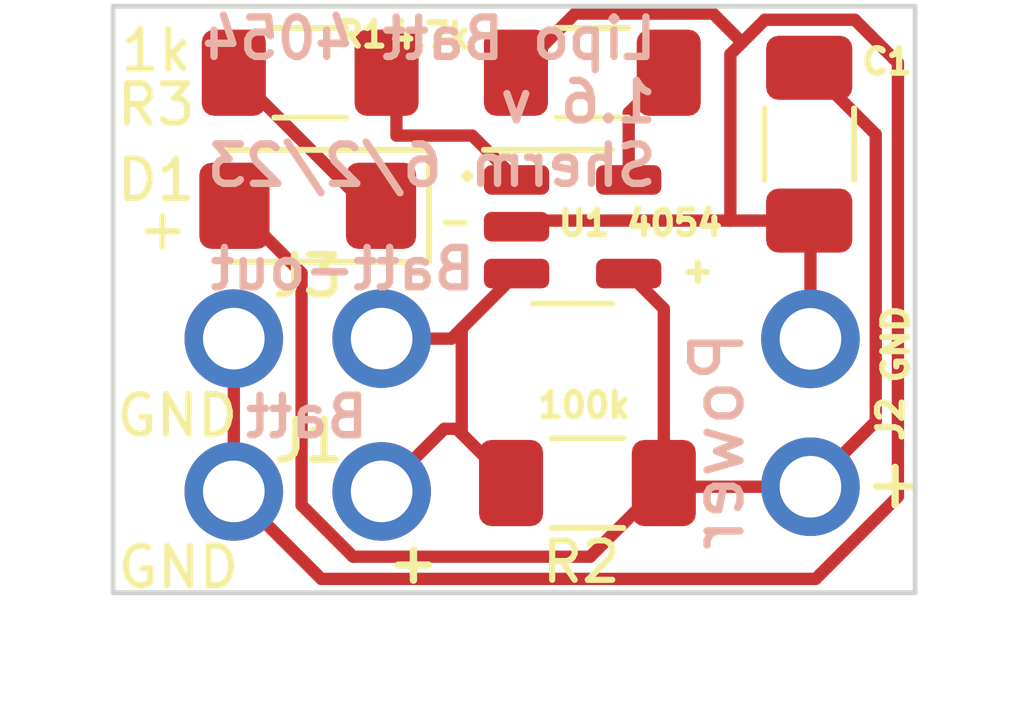
<source format=kicad_pcb>
(kicad_pcb (version 20221018) (generator pcbnew)
  (layers (0 "F.Cu" signal) (31 "B.Cu" signal) (34 "B.Paste" user) (35 "F.Paste" user) (36 "B.SilkS" user "B.Silkscreen") (37 "F.SilkS" user "F.Silkscreen") (38 "B.Mask" user) (39 "F.Mask" user) (44 "Edge.Cuts" user))
  (net 0 "")
  (net 1 "GND")
  (net 2 "Net-(D1-K)")
  (net 3 "Net-(U1-PROG)")
  (net 4 "+5V")
  (net 5 "Net-(J1-Pin_1)")
  (net 6 "Net-(U1-~{CHRG})")
  (footprint "Resistor_SMD:R_1206_3216Metric_Pad1.30x1.75mm_HandSolder" (layer "F.Cu") (at 139.35 79.9)
    (fp_text reference "R3" (at -3.125 0.65) (layer "F.SilkS") (effects (font (size 0.8 0.8) (thickness 0.125))))
    (fp_text value "1k" (at -3.125 -0.45) (layer "F.SilkS") (effects (font (size 0.8 0.8) (thickness 0.125))))
    (fp_line (start -0.727064 -0.91) (end 0.727064 -0.91) (stroke (width 0.12)) (layer "F.SilkS"))
    (fp_line (start -0.727064 0.91) (end 0.727064 0.91) (stroke (width 0.12)) (layer "F.SilkS"))
    (pad "1" smd roundrect (at -1.55 0) (size 1.3 1.75) (layers "F.Cu" "F.Paste" "F.Mask") (roundrect_rratio 0.1923076923) (net 2 "Net-(D1-K)"))
    (pad "2" smd roundrect (at 1.55 0) (size 1.3 1.75) (layers "F.Cu" "F.Paste" "F.Mask") (roundrect_rratio 0.1923076923) (net 6 "Net-(U1-~{CHRG})"))
  )
  (footprint "++Sherms-Custom-Libs:JT-flat-conn-large-holes" (layer "F.Cu") (at 139.3 82.795 180)
    (fp_text reference "J1" (at -0.025 -4.58 unlocked) (layer "F.SilkS") (effects (font (size 0.8 0.8))))
    (fp_text value "Conn_01x02_Pin")
    (pad "1" thru_hole circle (at -1.5 -2.5 180) (size 2 2) (drill 1.25) (layers "*.Cu" "*.Mask") (net 5 "Net-(J1-Pin_1)"))
    (pad "2" thru_hole circle (at 1.5 -2.5 180) (size 2 2) (drill 1.25) (layers "*.Cu" "*.Mask") (net 1 "GND"))
  )
  (footprint "Package_TO_SOT_SMD:TSOT-23-5" (layer "F.Cu") (at 144.675 83.025)
    (fp_text reference "U1 4054" (at 1.375 -0.075) (layer "F.SilkS") (effects (font (size 0.5 0.5) (thickness 0.125))))
    (fp_text value "LTC4054ES5-4.2")
    (fp_line (start 0 -1.56) (end -1.8 -1.56) (stroke (width 0.12)) (layer "F.SilkS"))
    (fp_line (start 0 -1.56) (end 0.8 -1.56) (stroke (width 0.12)) (layer "F.SilkS"))
    (fp_line (start 0 1.56) (end -0.8 1.56) (stroke (width 0.12)) (layer "F.SilkS"))
    (fp_line (start 0 1.56) (end 0.8 1.56) (stroke (width 0.12)) (layer "F.SilkS"))
    (pad "1" smd roundrect (at -1.1375 -0.95) (size 1.325 0.6) (layers "F.Cu" "F.Paste" "F.Mask") (net 6 "Net-(U1-~{CHRG})"))
    (pad "2" smd roundrect (at -1.1375 0) (size 1.325 0.6) (layers "F.Cu" "F.Paste" "F.Mask") (net 1 "GND"))
    (pad "3" smd roundrect (at -1.1375 0.95) (size 1.325 0.6) (layers "F.Cu" "F.Paste" "F.Mask") (net 5 "Net-(J1-Pin_1)"))
    (pad "4" smd roundrect (at 1.1375 0.95) (size 1.325 0.6) (layers "F.Cu" "F.Paste" "F.Mask") (net 4 "+5V"))
    (pad "5" smd roundrect (at 1.1375 -0.95) (size 1.325 0.6) (layers "F.Cu" "F.Paste" "F.Mask") (net 3 "Net-(U1-PROG)"))
  )
  (footprint "Resistor_SMD:R_1206_3216Metric_Pad1.30x1.75mm_HandSolder" (layer "F.Cu") (at 144.975 88.225 180)
    (fp_text reference "R2" (at 0.125 -1.6) (layer "F.SilkS") (effects (font (size 0.8 0.8) (thickness 0.125))))
    (fp_text value "100k" (at 0.075 1.575) (layer "F.SilkS") (effects (font (size 0.5 0.5) (thickness 0.125))))
    (fp_line (start -0.727064 -0.91) (end 0.727064 -0.91) (stroke (width 0.12)) (layer "F.SilkS"))
    (fp_line (start -0.727064 0.91) (end 0.727064 0.91) (stroke (width 0.12)) (layer "F.SilkS"))
    (pad "1" smd roundrect (at -1.55 0 180) (size 1.3 1.75) (layers "F.Cu" "F.Paste" "F.Mask") (roundrect_rratio 0.1923076923) (net 4 "+5V"))
    (pad "2" smd roundrect (at 1.55 0 180) (size 1.3 1.75) (layers "F.Cu" "F.Paste" "F.Mask") (roundrect_rratio 0.1923076923) (net 5 "Net-(J1-Pin_1)"))
  )
  (footprint "LED_SMD:LED_1206_3216Metric_Pad1.42x1.75mm_HandSolder" (layer "F.Cu") (at 139.3 82.6 180)
    (fp_text reference "D1" (at 3.075 0.525) (layer "F.SilkS") (effects (font (size 0.8 0.8) (thickness 0.125))))
    (fp_text value "LED")
    (fp_line (start -2.46 -1.135) (end -2.46 1.135) (stroke (width 0.12)) (layer "F.SilkS"))
    (fp_line (start -2.46 1.135) (end 1.6 1.135) (stroke (width 0.12)) (layer "F.SilkS"))
    (fp_line (start 1.6 -1.135) (end -2.46 -1.135) (stroke (width 0.12)) (layer "F.SilkS"))
    (pad "1" smd roundrect (at -1.4875 0 180) (size 1.425 1.75) (layers "F.Cu" "F.Paste" "F.Mask") (roundrect_rratio 0.1754392982) (net 2 "Net-(D1-K)"))
    (pad "2" smd roundrect (at 1.4875 0 180) (size 1.425 1.75) (layers "F.Cu" "F.Paste" "F.Mask") (roundrect_rratio 0.1754392982) (net 4 "+5V"))
  )
  (footprint "++Sherms-Custom-Libs:JT-flat-conn-large-holes" (layer "F.Cu") (at 139.3 85.895 180)
    (fp_text reference "J3" (at 0 1.87 unlocked) (layer "F.SilkS") (effects (font (size 0.8 0.8))))
    (fp_text value "Conn_01x02_Pin")
    (pad "1" thru_hole circle (at -1.5 -2.5 180) (size 2 2) (drill 1.25) (layers "*.Cu" "*.Mask") (net 5 "Net-(J1-Pin_1)"))
    (pad "2" thru_hole circle (at 1.5 -2.5 180) (size 2 2) (drill 1.25) (layers "*.Cu" "*.Mask") (net 1 "GND"))
  )
  (footprint "Resistor_SMD:R_1206_3216Metric_Pad1.30x1.75mm_HandSolder" (layer "F.Cu") (at 149.475 81.35 -90)
    (fp_text reference "C1" (at -1.675 -1.575) (layer "F.SilkS") (effects (font (size 0.5 0.5) (thickness 0.125) bold)))
    (fp_text value "1uF")
    (fp_line (start -0.727064 -0.91) (end 0.727064 -0.91) (stroke (width 0.12)) (layer "F.SilkS"))
    (fp_line (start -0.727064 0.91) (end 0.727064 0.91) (stroke (width 0.12)) (layer "F.SilkS"))
    (pad "1" smd roundrect (at -1.55 0 270) (size 1.3 1.75) (layers "F.Cu" "F.Paste" "F.Mask") (roundrect_rratio 0.1923076923) (net 4 "+5V"))
    (pad "2" smd roundrect (at 1.55 0 270) (size 1.3 1.75) (layers "F.Cu" "F.Paste" "F.Mask") (roundrect_rratio 0.1923076923) (net 1 "GND"))
  )
  (footprint "Resistor_SMD:R_1206_3216Metric_Pad1.30x1.75mm_HandSolder" (layer "F.Cu") (at 145.075 79.9 180)
    (fp_text reference "R1" (at 4.675 0.775) (layer "F.SilkS") (effects (font (size 0.5 0.5) (thickness 0.125))))
    (fp_text value "4.7k" (at 3.3 0.75) (layer "F.SilkS") (effects (font (size 0.5 0.5) (thickness 0.125))))
    (fp_line (start -0.727064 -0.91) (end 0.727064 -0.91) (stroke (width 0.12)) (layer "F.SilkS"))
    (fp_line (start -0.727064 0.91) (end 0.727064 0.91) (stroke (width 0.12)) (layer "F.SilkS"))
    (pad "1" smd roundrect (at -1.55 0 180) (size 1.3 1.75) (layers "F.Cu" "F.Paste" "F.Mask") (roundrect_rratio 0.1923076923) (net 3 "Net-(U1-PROG)"))
    (pad "2" smd roundrect (at 1.55 0 180) (size 1.3 1.75) (layers "F.Cu" "F.Paste" "F.Mask") (roundrect_rratio 0.1923076923) (net 1 "GND"))
  )
  (footprint "++Sherms-Custom-Libs:JT-flat-conn-large-holes" (layer "F.Cu") (at 152 86.8 90)
    (fp_text reference "J2" (at -0.125 -0.875 90 unlocked) (layer "F.SilkS") (effects (font (size 0.5 0.5) (thickness 0.125))))
    (fp_text value "Conn_01x02_Pin")
    (pad "1" thru_hole circle (at -1.5 -2.5 90) (size 2 2) (drill 1.25) (layers "*.Cu" "*.Mask") (net 4 "+5V"))
    (pad "2" thru_hole circle (at 1.5 -2.5 90) (size 2 2) (drill 1.25) (layers "*.Cu" "*.Mask") (net 1 "GND"))
  )
  (gr_rect (start 135.35 78.55) (end 151.625 90.45) (stroke (width 0.1)) (fill none) (layer "Edge.Cuts"))
  (gr_text "Batt" (at 140.6 87.35) (layer "B.SilkS") (effects (font (size 0.8 0.8)) (justify left bottom mirror)))
  (gr_text "Lipo Batt 4054\n1.6 v \nSherm 6/2/23" (at 146.45 82.25) (layer "B.SilkS") (effects (font (size 0.8 0.8)) (justify left bottom mirror)))
  (gr_text "Power" (at 148.2 85.05 90) (layer "B.SilkS") (effects (font (size 1 1)) (justify left bottom mirror)))
  (gr_text "Batt-out" (at 142.775 84.35) (layer "B.SilkS") (effects (font (size 0.8 0.8)) (justify left bottom mirror)))
  (gr_text "GND" (at 151.525 86.25 90) (layer "F.SilkS") (effects (font (size 0.5 0.5) (thickness 0.125)) (justify left bottom)))
  (gr_text "+" (at 150.5 88.8) (layer "F.SilkS") (effects (font (size 1 1)) (justify left bottom)))
  (gr_text "GND" (at 135.375 90.4) (layer "F.SilkS") (effects (font (size 0.8 0.8) (thickness 0.125)) (justify left bottom)))
  (gr_text "+" (at 140.85 90.3) (layer "F.SilkS") (effects (font (size 0.8 0.8)) (justify left bottom)))
  (gr_text "." (at 142.2 82.175) (layer "F.SilkS") (effects (font (size 1 1)) (justify left bottom)))
  (gr_text "-" (at 141.9 83.2) (layer "F.SilkS") (effects (font (size 0.5 0.5) (thickness 0.125)) (justify left bottom)))
  (gr_text "+" (at 135.775 83.525) (layer "F.SilkS") (effects (font (size 0.8 0.8) (thickness 0.125)) (justify left bottom)))
  (gr_text "GND" (at 135.35 87.325) (layer "F.SilkS") (effects (font (size 0.8 0.8) (thickness 0.125)) (justify left bottom)))
  (gr_text "+" (at 146.825 84.2) (layer "F.SilkS") (effects (font (size 0.5 0.5) (thickness 0.125)) (justify left bottom)))
  (segment (start 147.875 79.525) (end 147.875 82.9) (width 0.25) (layer "F.Cu") (net 1))
  (segment (start 149.475 82.9) (end 149.445 82.93) (width 0.25) (layer "F.Cu") (net 1))
  (segment (start 149.5 85.3) (end 149.5 82.925) (width 0.25) (layer "F.Cu") (net 1))
  (segment (start 147.525 78.7) (end 148.1125 79.2875) (width 0.25) (layer "F.Cu") (net 1))
  (segment (start 144.725 78.7) (end 147.525 78.7) (width 0.25) (layer "F.Cu") (net 1))
  (segment (start 151.275 79.7) (end 150.4 78.825) (width 0.25) (layer "F.Cu") (net 1))
  (segment (start 149.605 90.17) (end 151.275 88.5) (width 0.25) (layer "F.Cu") (net 1))
  (segment (start 137.8 88.395) (end 137.8 85.295) (width 0.25) (layer "F.Cu") (net 1))
  (segment (start 149.5 82.925) (end 149.475 82.9) (width 0.25) (layer "F.Cu") (net 1))
  (segment (start 139.575 90.17) (end 149.605 90.17) (width 0.25) (layer "F.Cu") (net 1))
  (segment (start 143.525 79.9) (end 144.725 78.7) (width 0.25) (layer "F.Cu") (net 1))
  (segment (start 143.6625 82.9) (end 143.5375 83.025) (width 0.25) (layer "F.Cu") (net 1))
  (segment (start 150.4 78.825) (end 148.575 78.825) (width 0.25) (layer "F.Cu") (net 1))
  (segment (start 148.575 78.825) (end 148.1125 79.2875) (width 0.25) (layer "F.Cu") (net 1))
  (segment (start 147.875 82.9) (end 143.6625 82.9) (width 0.25) (layer "F.Cu") (net 1))
  (segment (start 151.275 88.5) (end 151.275 79.7) (width 0.25) (layer "F.Cu") (net 1))
  (segment (start 149.475 82.9) (end 147.875 82.9) (width 0.25) (layer "F.Cu") (net 1))
  (segment (start 137.8 88.395) (end 139.575 90.17) (width 0.25) (layer "F.Cu") (net 1))
  (segment (start 148.1125 79.2875) (end 147.875 79.525) (width 0.25) (layer "F.Cu") (net 1))
  (segment (start 140.7875 82.6) (end 140.5 82.6) (width 0.25) (layer "F.Cu") (net 2))
  (segment (start 140.5 82.6) (end 137.8 79.9) (width 0.25) (layer "F.Cu") (net 2))
  (segment (start 145.8125 80.7125) (end 146.625 79.9) (width 0.25) (layer "F.Cu") (net 3))
  (segment (start 145.8125 82.075) (end 145.8125 80.7125) (width 0.25) (layer "F.Cu") (net 3))
  (segment (start 140.22 89.72) (end 139.175 88.675) (width 0.25) (layer "F.Cu") (net 4))
  (segment (start 146.525 88.225) (end 146.525 84.6875) (width 0.25) (layer "F.Cu") (net 4))
  (segment (start 149.475 79.8) (end 150.825 81.15) (width 0.25) (layer "F.Cu") (net 4))
  (segment (start 146.6 88.3) (end 146.525 88.225) (width 0.25) (layer "F.Cu") (net 4))
  (segment (start 146.525 88.225) (end 145.03 89.72) (width 0.25) (layer "F.Cu") (net 4))
  (segment (start 139.175 83.9625) (end 137.8125 82.6) (width 0.25) (layer "F.Cu") (net 4))
  (segment (start 139.175 88.675) (end 139.175 83.9625) (width 0.25) (layer "F.Cu") (net 4))
  (segment (start 150.825 86.975) (end 149.5 88.3) (width 0.25) (layer "F.Cu") (net 4))
  (segment (start 146.525 84.6875) (end 145.8125 83.975) (width 0.25) (layer "F.Cu") (net 4))
  (segment (start 145.03 89.72) (end 140.22 89.72) (width 0.25) (layer "F.Cu") (net 4))
  (segment (start 146.555 88.195) (end 146.525 88.225) (width 0.25) (layer "F.Cu") (net 4))
  (segment (start 150.825 81.15) (end 150.825 86.975) (width 0.25) (layer "F.Cu") (net 4))
  (segment (start 149.5 88.3) (end 146.6 88.3) (width 0.25) (layer "F.Cu") (net 4))
  (segment (start 142.325 87.125) (end 142.07 87.125) (width 0.25) (layer "F.Cu") (net 5))
  (segment (start 142.2175 85.295) (end 142.425 85.0875) (width 0.25) (layer "F.Cu") (net 5))
  (segment (start 142.425 85.0875) (end 143.5375 83.975) (width 0.25) (layer "F.Cu") (net 5))
  (segment (start 142.07 87.125) (end 140.8 88.395) (width 0.25) (layer "F.Cu") (net 5))
  (segment (start 142.425 87.225) (end 142.325 87.125) (width 0.25) (layer "F.Cu") (net 5))
  (segment (start 140.8 85.295) (end 142.2175 85.295) (width 0.25) (layer "F.Cu") (net 5))
  (segment (start 142.425 87.225) (end 143.425 88.225) (width 0.25) (layer "F.Cu") (net 5))
  (segment (start 142.425 87.225) (end 142.425 85.0875) (width 0.25) (layer "F.Cu") (net 5))
  (segment (start 142.6375 81.175) (end 141.1 81.175) (width 0.25) (layer "F.Cu") (net 6))
  (segment (start 141.1 80.1) (end 140.9 79.9) (width 0.25) (layer "F.Cu") (net 6))
  (segment (start 141.1 81.175) (end 141.1 80.1) (width 0.25) (layer "F.Cu") (net 6))
  (segment (start 143.5375 82.075) (end 142.6375 81.175) (width 0.25) (layer "F.Cu") (net 6))
)
</source>
